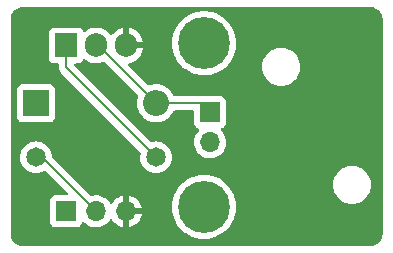
<source format=gtl>
G04 #@! TF.GenerationSoftware,KiCad,Pcbnew,(6.0.1-0)*
G04 #@! TF.CreationDate,2022-06-21T09:38:52-07:00*
G04 #@! TF.ProjectId,TapTap,54617054-6170-42e6-9b69-6361645f7063,rev?*
G04 #@! TF.SameCoordinates,Original*
G04 #@! TF.FileFunction,Copper,L1,Top*
G04 #@! TF.FilePolarity,Positive*
%FSLAX46Y46*%
G04 Gerber Fmt 4.6, Leading zero omitted, Abs format (unit mm)*
G04 Created by KiCad (PCBNEW (6.0.1-0)) date 2022-06-21 09:38:52*
%MOMM*%
%LPD*%
G01*
G04 APERTURE LIST*
G04 #@! TA.AperFunction,ComponentPad*
%ADD10R,1.700000X1.700000*%
G04 #@! TD*
G04 #@! TA.AperFunction,ComponentPad*
%ADD11O,1.700000X1.700000*%
G04 #@! TD*
G04 #@! TA.AperFunction,ComponentPad*
%ADD12C,4.400000*%
G04 #@! TD*
G04 #@! TA.AperFunction,ComponentPad*
%ADD13R,2.200000X2.200000*%
G04 #@! TD*
G04 #@! TA.AperFunction,ComponentPad*
%ADD14O,2.200000X2.200000*%
G04 #@! TD*
G04 #@! TA.AperFunction,ComponentPad*
%ADD15R,1.905000X2.000000*%
G04 #@! TD*
G04 #@! TA.AperFunction,ComponentPad*
%ADD16O,1.905000X2.000000*%
G04 #@! TD*
G04 #@! TA.AperFunction,ComponentPad*
%ADD17C,1.651000*%
G04 #@! TD*
G04 #@! TA.AperFunction,Conductor*
%ADD18C,0.203200*%
G04 #@! TD*
G04 APERTURE END LIST*
D10*
X113284000Y-63749000D03*
D11*
X113284000Y-66289000D03*
D12*
X112776000Y-71755000D03*
D13*
X98552000Y-62992000D03*
D14*
X108712000Y-62992000D03*
D10*
X101092000Y-72136000D03*
D11*
X103632000Y-72136000D03*
X106172000Y-72136000D03*
D12*
X112776000Y-57912000D03*
D15*
X101092000Y-58095000D03*
D16*
X103632000Y-58095000D03*
X106172000Y-58095000D03*
D17*
X98552000Y-67564000D03*
X108712000Y-67564000D03*
D18*
X103632000Y-58095000D02*
X103815000Y-58095000D01*
X103815000Y-58095000D02*
X108712000Y-62992000D01*
X108712000Y-62992000D02*
X112527000Y-62992000D01*
X112527000Y-62992000D02*
X113284000Y-63749000D01*
X99060000Y-67564000D02*
X103632000Y-72136000D01*
X98552000Y-67564000D02*
X99060000Y-67564000D01*
X101092000Y-59944000D02*
X108712000Y-67564000D01*
X101092000Y-58095000D02*
X101092000Y-59944000D01*
G04 #@! TA.AperFunction,Conductor*
G36*
X126843057Y-54865500D02*
G01*
X126857858Y-54867805D01*
X126857861Y-54867805D01*
X126866730Y-54869186D01*
X126875631Y-54868022D01*
X126875635Y-54868022D01*
X126879379Y-54867532D01*
X126906693Y-54866948D01*
X126987258Y-54873996D01*
X127038449Y-54878475D01*
X127060070Y-54882287D01*
X127209848Y-54922420D01*
X127230484Y-54929931D01*
X127371010Y-54995460D01*
X127390030Y-55006442D01*
X127517046Y-55095379D01*
X127533871Y-55109497D01*
X127643503Y-55219129D01*
X127657621Y-55235954D01*
X127746558Y-55362970D01*
X127757540Y-55381990D01*
X127823069Y-55522516D01*
X127830580Y-55543152D01*
X127870713Y-55692930D01*
X127874526Y-55714555D01*
X127885449Y-55839419D01*
X127884897Y-55855879D01*
X127885305Y-55855884D01*
X127885195Y-55864858D01*
X127883814Y-55873730D01*
X127884978Y-55882632D01*
X127884978Y-55882635D01*
X127887936Y-55905251D01*
X127889000Y-55921589D01*
X127889000Y-73991672D01*
X127887500Y-74011056D01*
X127883814Y-74034730D01*
X127884978Y-74043631D01*
X127884978Y-74043635D01*
X127885468Y-74047379D01*
X127886052Y-74074693D01*
X127880231Y-74141234D01*
X127876917Y-74179119D01*
X127874526Y-74206446D01*
X127870713Y-74228070D01*
X127849618Y-74306798D01*
X127830581Y-74377846D01*
X127823069Y-74398484D01*
X127757540Y-74539010D01*
X127746558Y-74558030D01*
X127657621Y-74685046D01*
X127643503Y-74701871D01*
X127533871Y-74811503D01*
X127517046Y-74825621D01*
X127390030Y-74914558D01*
X127371010Y-74925540D01*
X127230484Y-74991069D01*
X127209848Y-74998580D01*
X127060070Y-75038713D01*
X127038448Y-75042526D01*
X127000929Y-75045808D01*
X126913581Y-75053449D01*
X126897121Y-75052897D01*
X126897116Y-75053305D01*
X126888142Y-75053195D01*
X126879270Y-75051814D01*
X126870368Y-75052978D01*
X126870365Y-75052978D01*
X126847749Y-75055936D01*
X126831411Y-75057000D01*
X97458328Y-75057000D01*
X97438943Y-75055500D01*
X97424142Y-75053195D01*
X97424139Y-75053195D01*
X97415270Y-75051814D01*
X97406369Y-75052978D01*
X97406365Y-75052978D01*
X97402621Y-75053468D01*
X97375307Y-75054052D01*
X97294742Y-75047004D01*
X97243551Y-75042525D01*
X97221930Y-75038713D01*
X97072152Y-74998580D01*
X97051516Y-74991069D01*
X96910990Y-74925540D01*
X96891970Y-74914558D01*
X96764954Y-74825621D01*
X96748129Y-74811503D01*
X96638497Y-74701871D01*
X96624379Y-74685046D01*
X96535442Y-74558030D01*
X96524460Y-74539010D01*
X96458931Y-74398484D01*
X96451419Y-74377846D01*
X96432382Y-74306798D01*
X96411287Y-74228070D01*
X96407474Y-74206445D01*
X96396551Y-74081581D01*
X96397103Y-74065121D01*
X96396695Y-74065116D01*
X96396805Y-74056142D01*
X96398186Y-74047270D01*
X96396547Y-74034730D01*
X96394064Y-74015749D01*
X96393000Y-73999411D01*
X96393000Y-67564000D01*
X97212904Y-67564000D01*
X97233248Y-67796532D01*
X97293661Y-68021998D01*
X97295983Y-68026978D01*
X97295984Y-68026980D01*
X97389983Y-68228561D01*
X97389986Y-68228566D01*
X97392309Y-68233548D01*
X97395465Y-68238055D01*
X97395466Y-68238057D01*
X97482933Y-68362972D01*
X97526193Y-68424754D01*
X97691246Y-68589807D01*
X97695754Y-68592964D01*
X97695757Y-68592966D01*
X97877943Y-68720534D01*
X97882452Y-68723691D01*
X97887434Y-68726014D01*
X97887439Y-68726017D01*
X98089020Y-68820016D01*
X98094002Y-68822339D01*
X98099310Y-68823761D01*
X98099312Y-68823762D01*
X98314153Y-68881328D01*
X98314155Y-68881328D01*
X98319468Y-68882752D01*
X98552000Y-68903096D01*
X98784532Y-68882752D01*
X98789845Y-68881328D01*
X98789847Y-68881328D01*
X99004688Y-68823762D01*
X99004690Y-68823761D01*
X99009998Y-68822339D01*
X99221548Y-68723691D01*
X99224014Y-68721964D01*
X99292264Y-68705409D01*
X99359355Y-68728632D01*
X99375360Y-68742171D01*
X101195594Y-70562405D01*
X101229620Y-70624717D01*
X101224555Y-70695532D01*
X101182008Y-70752368D01*
X101115488Y-70777179D01*
X101106499Y-70777500D01*
X100193866Y-70777500D01*
X100131684Y-70784255D01*
X99995295Y-70835385D01*
X99878739Y-70922739D01*
X99791385Y-71039295D01*
X99740255Y-71175684D01*
X99733500Y-71237866D01*
X99733500Y-73034134D01*
X99740255Y-73096316D01*
X99791385Y-73232705D01*
X99878739Y-73349261D01*
X99995295Y-73436615D01*
X100131684Y-73487745D01*
X100193866Y-73494500D01*
X101990134Y-73494500D01*
X102052316Y-73487745D01*
X102188705Y-73436615D01*
X102305261Y-73349261D01*
X102392615Y-73232705D01*
X102414799Y-73173529D01*
X102436598Y-73115382D01*
X102479240Y-73058618D01*
X102545802Y-73033918D01*
X102615150Y-73049126D01*
X102649817Y-73077114D01*
X102678250Y-73109938D01*
X102850126Y-73252632D01*
X103043000Y-73365338D01*
X103251692Y-73445030D01*
X103256760Y-73446061D01*
X103256763Y-73446062D01*
X103351862Y-73465410D01*
X103470597Y-73489567D01*
X103475772Y-73489757D01*
X103475774Y-73489757D01*
X103688673Y-73497564D01*
X103688677Y-73497564D01*
X103693837Y-73497753D01*
X103698957Y-73497097D01*
X103698959Y-73497097D01*
X103910288Y-73470025D01*
X103910289Y-73470025D01*
X103915416Y-73469368D01*
X103920366Y-73467883D01*
X104124429Y-73406661D01*
X104124434Y-73406659D01*
X104129384Y-73405174D01*
X104329994Y-73306896D01*
X104511860Y-73177173D01*
X104670096Y-73019489D01*
X104696029Y-72983400D01*
X104800453Y-72838077D01*
X104801640Y-72838930D01*
X104848960Y-72795362D01*
X104918897Y-72783145D01*
X104984338Y-72810678D01*
X105012166Y-72842511D01*
X105069694Y-72936388D01*
X105075777Y-72944699D01*
X105215213Y-73105667D01*
X105222580Y-73112883D01*
X105386434Y-73248916D01*
X105394881Y-73254831D01*
X105578756Y-73362279D01*
X105588042Y-73366729D01*
X105787001Y-73442703D01*
X105796899Y-73445579D01*
X105900250Y-73466606D01*
X105914299Y-73465410D01*
X105918000Y-73455065D01*
X105918000Y-73454517D01*
X106426000Y-73454517D01*
X106430064Y-73468359D01*
X106443478Y-73470393D01*
X106450184Y-73469534D01*
X106460262Y-73467392D01*
X106664255Y-73406191D01*
X106673842Y-73402433D01*
X106865095Y-73308739D01*
X106873945Y-73303464D01*
X107047328Y-73179792D01*
X107055200Y-73173139D01*
X107206052Y-73022812D01*
X107212730Y-73014965D01*
X107337003Y-72842020D01*
X107342313Y-72833183D01*
X107436670Y-72642267D01*
X107440469Y-72632672D01*
X107502377Y-72428910D01*
X107504555Y-72418837D01*
X107505986Y-72407962D01*
X107503775Y-72393778D01*
X107490617Y-72390000D01*
X106444115Y-72390000D01*
X106428876Y-72394475D01*
X106427671Y-72395865D01*
X106426000Y-72403548D01*
X106426000Y-73454517D01*
X105918000Y-73454517D01*
X105918000Y-71863885D01*
X106426000Y-71863885D01*
X106430475Y-71879124D01*
X106431865Y-71880329D01*
X106439548Y-71882000D01*
X107490344Y-71882000D01*
X107503875Y-71878027D01*
X107505180Y-71868947D01*
X107469421Y-71726585D01*
X110062698Y-71726585D01*
X110078936Y-72052759D01*
X110079577Y-72056490D01*
X110079578Y-72056498D01*
X110094109Y-72141060D01*
X110134241Y-72374619D01*
X110135329Y-72378258D01*
X110135330Y-72378261D01*
X110212953Y-72637811D01*
X110227814Y-72687504D01*
X110229327Y-72690975D01*
X110229329Y-72690981D01*
X110318868Y-72896416D01*
X110358297Y-72986881D01*
X110360220Y-72990152D01*
X110360222Y-72990156D01*
X110402584Y-73062215D01*
X110523802Y-73268414D01*
X110526103Y-73271429D01*
X110719631Y-73525012D01*
X110719636Y-73525017D01*
X110721931Y-73528025D01*
X110949814Y-73761953D01*
X111022635Y-73820607D01*
X111201196Y-73964431D01*
X111201201Y-73964435D01*
X111204149Y-73966809D01*
X111481253Y-74139627D01*
X111777112Y-74277903D01*
X111780721Y-74279086D01*
X112081986Y-74377846D01*
X112087440Y-74379634D01*
X112407742Y-74443346D01*
X112411514Y-74443633D01*
X112411522Y-74443634D01*
X112729602Y-74467829D01*
X112729607Y-74467829D01*
X112733379Y-74468116D01*
X113059633Y-74453586D01*
X113119425Y-74443634D01*
X113378037Y-74400590D01*
X113378042Y-74400589D01*
X113381778Y-74399967D01*
X113695149Y-74308034D01*
X113698616Y-74306544D01*
X113698620Y-74306543D01*
X113991721Y-74180616D01*
X113991723Y-74180615D01*
X113995205Y-74179119D01*
X114277601Y-74015091D01*
X114538245Y-73818324D01*
X114773363Y-73591670D01*
X114872797Y-73469534D01*
X114977155Y-73341351D01*
X114977158Y-73341347D01*
X114979549Y-73338410D01*
X115032024Y-73255242D01*
X115151788Y-73065428D01*
X115151790Y-73065425D01*
X115153815Y-73062215D01*
X115165510Y-73037531D01*
X115260004Y-72838077D01*
X115293638Y-72767084D01*
X115320188Y-72687504D01*
X115395790Y-72460897D01*
X115395792Y-72460891D01*
X115396992Y-72457293D01*
X115462381Y-72137329D01*
X115468956Y-72056498D01*
X115488674Y-71814061D01*
X115488856Y-71811826D01*
X115489451Y-71755000D01*
X115487510Y-71722796D01*
X115470026Y-71432793D01*
X115470026Y-71432789D01*
X115469798Y-71429015D01*
X115464650Y-71400824D01*
X115411805Y-71111473D01*
X115411804Y-71111469D01*
X115411125Y-71107751D01*
X115403722Y-71083907D01*
X115322084Y-70820989D01*
X115314282Y-70795863D01*
X115180670Y-70497869D01*
X115012226Y-70218084D01*
X115009899Y-70215100D01*
X115009894Y-70215093D01*
X114813726Y-69963558D01*
X114813724Y-69963556D01*
X114811390Y-69960563D01*
X114748159Y-69897000D01*
X123688028Y-69897000D01*
X123707886Y-70149324D01*
X123709040Y-70154131D01*
X123709041Y-70154137D01*
X123746543Y-70310345D01*
X123766972Y-70395436D01*
X123768865Y-70400007D01*
X123768866Y-70400009D01*
X123808052Y-70494611D01*
X123863831Y-70629274D01*
X123996078Y-70845081D01*
X124160457Y-71037543D01*
X124352919Y-71201922D01*
X124568726Y-71334169D01*
X124573296Y-71336062D01*
X124573300Y-71336064D01*
X124797704Y-71429015D01*
X124802564Y-71431028D01*
X124887655Y-71451457D01*
X125043863Y-71488959D01*
X125043869Y-71488960D01*
X125048676Y-71490114D01*
X125301000Y-71509972D01*
X125553324Y-71490114D01*
X125558131Y-71488960D01*
X125558137Y-71488959D01*
X125714345Y-71451457D01*
X125799436Y-71431028D01*
X125804296Y-71429015D01*
X126028700Y-71336064D01*
X126028704Y-71336062D01*
X126033274Y-71334169D01*
X126249081Y-71201922D01*
X126441543Y-71037543D01*
X126605922Y-70845081D01*
X126738169Y-70629274D01*
X126793949Y-70494611D01*
X126833134Y-70400009D01*
X126833135Y-70400007D01*
X126835028Y-70395436D01*
X126855457Y-70310345D01*
X126892959Y-70154137D01*
X126892960Y-70154131D01*
X126894114Y-70149324D01*
X126913972Y-69897000D01*
X126894114Y-69644676D01*
X126883629Y-69601000D01*
X126836183Y-69403376D01*
X126835028Y-69398564D01*
X126829125Y-69384313D01*
X126740064Y-69169300D01*
X126740062Y-69169296D01*
X126738169Y-69164726D01*
X126605922Y-68948919D01*
X126441543Y-68756457D01*
X126249081Y-68592078D01*
X126033274Y-68459831D01*
X126028704Y-68457938D01*
X126028700Y-68457936D01*
X125804009Y-68364866D01*
X125804007Y-68364865D01*
X125799436Y-68362972D01*
X125714345Y-68342543D01*
X125558137Y-68305041D01*
X125558131Y-68305040D01*
X125553324Y-68303886D01*
X125301000Y-68284028D01*
X125048676Y-68303886D01*
X125043869Y-68305040D01*
X125043863Y-68305041D01*
X124887655Y-68342543D01*
X124802564Y-68362972D01*
X124797993Y-68364865D01*
X124797991Y-68364866D01*
X124573300Y-68457936D01*
X124573296Y-68457938D01*
X124568726Y-68459831D01*
X124352919Y-68592078D01*
X124160457Y-68756457D01*
X123996078Y-68948919D01*
X123863831Y-69164726D01*
X123861938Y-69169296D01*
X123861936Y-69169300D01*
X123772875Y-69384313D01*
X123766972Y-69398564D01*
X123765817Y-69403376D01*
X123718372Y-69601000D01*
X123707886Y-69644676D01*
X123688028Y-69897000D01*
X114748159Y-69897000D01*
X114581070Y-69729034D01*
X114324603Y-69526852D01*
X114045705Y-69356945D01*
X114042261Y-69355379D01*
X114042257Y-69355377D01*
X113931458Y-69305000D01*
X113748414Y-69221775D01*
X113437037Y-69123300D01*
X113219492Y-69082390D01*
X113119809Y-69063645D01*
X113119807Y-69063645D01*
X113116086Y-69062945D01*
X112790208Y-69041586D01*
X112786428Y-69041794D01*
X112786427Y-69041794D01*
X112688897Y-69047162D01*
X112464124Y-69059532D01*
X112460397Y-69060193D01*
X112460393Y-69060193D01*
X112303341Y-69088027D01*
X112142557Y-69116522D01*
X112138941Y-69117624D01*
X112138933Y-69117626D01*
X111833789Y-69210627D01*
X111830167Y-69211731D01*
X111531477Y-69343781D01*
X111447081Y-69393991D01*
X111254074Y-69508817D01*
X111254068Y-69508821D01*
X111250814Y-69510757D01*
X111247812Y-69513073D01*
X111077231Y-69644676D01*
X110992244Y-69710243D01*
X110759513Y-69939347D01*
X110757149Y-69942314D01*
X110757146Y-69942317D01*
X110596122Y-70144390D01*
X110555991Y-70194751D01*
X110384626Y-70472757D01*
X110247902Y-70769336D01*
X110246741Y-70772940D01*
X110246741Y-70772941D01*
X110231876Y-70819102D01*
X110147797Y-71080192D01*
X110147079Y-71083903D01*
X110147078Y-71083907D01*
X110086482Y-71397105D01*
X110086481Y-71397114D01*
X110085763Y-71400824D01*
X110085496Y-71404600D01*
X110085495Y-71404605D01*
X110062966Y-71722796D01*
X110062698Y-71726585D01*
X107469421Y-71726585D01*
X107463214Y-71701875D01*
X107459894Y-71692124D01*
X107374972Y-71496814D01*
X107370105Y-71487739D01*
X107254426Y-71308926D01*
X107248136Y-71300757D01*
X107104806Y-71143240D01*
X107097273Y-71136215D01*
X106930139Y-71004222D01*
X106921552Y-70998517D01*
X106735117Y-70895599D01*
X106725705Y-70891369D01*
X106524959Y-70820280D01*
X106514988Y-70817646D01*
X106443837Y-70804972D01*
X106430540Y-70806432D01*
X106426000Y-70820989D01*
X106426000Y-71863885D01*
X105918000Y-71863885D01*
X105918000Y-70819102D01*
X105914082Y-70805758D01*
X105899806Y-70803771D01*
X105861324Y-70809660D01*
X105851288Y-70812051D01*
X105648868Y-70878212D01*
X105639359Y-70882209D01*
X105450463Y-70980542D01*
X105441738Y-70986036D01*
X105271433Y-71113905D01*
X105263726Y-71120748D01*
X105116590Y-71274717D01*
X105110109Y-71282722D01*
X105005498Y-71436074D01*
X104950587Y-71481076D01*
X104880062Y-71489247D01*
X104816315Y-71457993D01*
X104795618Y-71433509D01*
X104714822Y-71308617D01*
X104714820Y-71308614D01*
X104712014Y-71304277D01*
X104561670Y-71139051D01*
X104557619Y-71135852D01*
X104557615Y-71135848D01*
X104390414Y-71003800D01*
X104390410Y-71003798D01*
X104386359Y-71000598D01*
X104350028Y-70980542D01*
X104334136Y-70971769D01*
X104190789Y-70892638D01*
X104185920Y-70890914D01*
X104185916Y-70890912D01*
X103985087Y-70819795D01*
X103985083Y-70819794D01*
X103980212Y-70818069D01*
X103975119Y-70817162D01*
X103975116Y-70817161D01*
X103765373Y-70779800D01*
X103765367Y-70779799D01*
X103760284Y-70778894D01*
X103686452Y-70777992D01*
X103542081Y-70776228D01*
X103542079Y-70776228D01*
X103536911Y-70776165D01*
X103316091Y-70809955D01*
X103294044Y-70817161D01*
X103278593Y-70822211D01*
X103207629Y-70824362D01*
X103150353Y-70791541D01*
X99920484Y-67561672D01*
X99886458Y-67499360D01*
X99884058Y-67483558D01*
X99871232Y-67336949D01*
X99871231Y-67336944D01*
X99870752Y-67331468D01*
X99842368Y-67225537D01*
X99811762Y-67111312D01*
X99811761Y-67111310D01*
X99810339Y-67106002D01*
X99806603Y-67097990D01*
X99714017Y-66899439D01*
X99714014Y-66899434D01*
X99711691Y-66894452D01*
X99577807Y-66703246D01*
X99412754Y-66538193D01*
X99408246Y-66535036D01*
X99408243Y-66535034D01*
X99226057Y-66407466D01*
X99226055Y-66407465D01*
X99221548Y-66404309D01*
X99216566Y-66401986D01*
X99216561Y-66401983D01*
X99014980Y-66307984D01*
X99014978Y-66307983D01*
X99009998Y-66305661D01*
X99004690Y-66304239D01*
X99004688Y-66304238D01*
X98789847Y-66246672D01*
X98789845Y-66246672D01*
X98784532Y-66245248D01*
X98552000Y-66224904D01*
X98319468Y-66245248D01*
X98314155Y-66246672D01*
X98314153Y-66246672D01*
X98099312Y-66304238D01*
X98099310Y-66304239D01*
X98094002Y-66305661D01*
X98089022Y-66307983D01*
X98089020Y-66307984D01*
X97887439Y-66401983D01*
X97887434Y-66401986D01*
X97882452Y-66404309D01*
X97877945Y-66407465D01*
X97877943Y-66407466D01*
X97695757Y-66535034D01*
X97695754Y-66535036D01*
X97691246Y-66538193D01*
X97526193Y-66703246D01*
X97392309Y-66894452D01*
X97389986Y-66899434D01*
X97389983Y-66899439D01*
X97297397Y-67097990D01*
X97293661Y-67106002D01*
X97292239Y-67111310D01*
X97292238Y-67111312D01*
X97261632Y-67225537D01*
X97233248Y-67331468D01*
X97212904Y-67564000D01*
X96393000Y-67564000D01*
X96393000Y-64140134D01*
X96943500Y-64140134D01*
X96950255Y-64202316D01*
X97001385Y-64338705D01*
X97088739Y-64455261D01*
X97205295Y-64542615D01*
X97341684Y-64593745D01*
X97403866Y-64600500D01*
X99700134Y-64600500D01*
X99762316Y-64593745D01*
X99898705Y-64542615D01*
X100015261Y-64455261D01*
X100102615Y-64338705D01*
X100153745Y-64202316D01*
X100160500Y-64140134D01*
X100160500Y-61843866D01*
X100153745Y-61781684D01*
X100102615Y-61645295D01*
X100015261Y-61528739D01*
X99898705Y-61441385D01*
X99762316Y-61390255D01*
X99700134Y-61383500D01*
X97403866Y-61383500D01*
X97341684Y-61390255D01*
X97205295Y-61441385D01*
X97088739Y-61528739D01*
X97001385Y-61645295D01*
X96950255Y-61781684D01*
X96943500Y-61843866D01*
X96943500Y-64140134D01*
X96393000Y-64140134D01*
X96393000Y-59143134D01*
X99631000Y-59143134D01*
X99637755Y-59205316D01*
X99688885Y-59341705D01*
X99776239Y-59458261D01*
X99892795Y-59545615D01*
X100029184Y-59596745D01*
X100091366Y-59603500D01*
X100355900Y-59603500D01*
X100424021Y-59623502D01*
X100470514Y-59677158D01*
X100481900Y-59729500D01*
X100481900Y-59868322D01*
X100481402Y-59878874D01*
X100479781Y-59886128D01*
X100480030Y-59894049D01*
X100481838Y-59951595D01*
X100481900Y-59955552D01*
X100481900Y-59982383D01*
X100482396Y-59986310D01*
X100482453Y-59987216D01*
X100483292Y-59997860D01*
X100484622Y-60040199D01*
X100486834Y-60047812D01*
X100489964Y-60058586D01*
X100493972Y-60077943D01*
X100496371Y-60096932D01*
X100499291Y-60104307D01*
X100511964Y-60136318D01*
X100515808Y-60147545D01*
X100523494Y-60173997D01*
X100527628Y-60188225D01*
X100537374Y-60204705D01*
X100546065Y-60222445D01*
X100553116Y-60240254D01*
X100577558Y-60273896D01*
X100578020Y-60274532D01*
X100584536Y-60284452D01*
X100592687Y-60298234D01*
X100606095Y-60320906D01*
X100619622Y-60334433D01*
X100632463Y-60349467D01*
X100643721Y-60364962D01*
X100649829Y-60370015D01*
X100676372Y-60391973D01*
X100685152Y-60399963D01*
X107389020Y-67103831D01*
X107423046Y-67166143D01*
X107421632Y-67225537D01*
X107410726Y-67266240D01*
X107393248Y-67331468D01*
X107372904Y-67564000D01*
X107393248Y-67796532D01*
X107453661Y-68021998D01*
X107455983Y-68026978D01*
X107455984Y-68026980D01*
X107549983Y-68228561D01*
X107549986Y-68228566D01*
X107552309Y-68233548D01*
X107555465Y-68238055D01*
X107555466Y-68238057D01*
X107642933Y-68362972D01*
X107686193Y-68424754D01*
X107851246Y-68589807D01*
X107855754Y-68592964D01*
X107855757Y-68592966D01*
X108037943Y-68720534D01*
X108042452Y-68723691D01*
X108047434Y-68726014D01*
X108047439Y-68726017D01*
X108249020Y-68820016D01*
X108254002Y-68822339D01*
X108259310Y-68823761D01*
X108259312Y-68823762D01*
X108474153Y-68881328D01*
X108474155Y-68881328D01*
X108479468Y-68882752D01*
X108712000Y-68903096D01*
X108944532Y-68882752D01*
X108949845Y-68881328D01*
X108949847Y-68881328D01*
X109164688Y-68823762D01*
X109164690Y-68823761D01*
X109169998Y-68822339D01*
X109174980Y-68820016D01*
X109376561Y-68726017D01*
X109376566Y-68726014D01*
X109381548Y-68723691D01*
X109386057Y-68720534D01*
X109568243Y-68592966D01*
X109568246Y-68592964D01*
X109572754Y-68589807D01*
X109737807Y-68424754D01*
X109781068Y-68362972D01*
X109868534Y-68238057D01*
X109868535Y-68238055D01*
X109871691Y-68233548D01*
X109874014Y-68228566D01*
X109874017Y-68228561D01*
X109968016Y-68026980D01*
X109968017Y-68026978D01*
X109970339Y-68021998D01*
X110030752Y-67796532D01*
X110051096Y-67564000D01*
X110030752Y-67331468D01*
X110002368Y-67225537D01*
X109971762Y-67111312D01*
X109971761Y-67111310D01*
X109970339Y-67106002D01*
X109966603Y-67097990D01*
X109874017Y-66899439D01*
X109874014Y-66899434D01*
X109871691Y-66894452D01*
X109737807Y-66703246D01*
X109572754Y-66538193D01*
X109568246Y-66535036D01*
X109568243Y-66535034D01*
X109386057Y-66407466D01*
X109386055Y-66407465D01*
X109381548Y-66404309D01*
X109376566Y-66401986D01*
X109376561Y-66401983D01*
X109174980Y-66307984D01*
X109174978Y-66307983D01*
X109169998Y-66305661D01*
X109164690Y-66304239D01*
X109164688Y-66304238D01*
X108949847Y-66246672D01*
X108949845Y-66246672D01*
X108944532Y-66245248D01*
X108712000Y-66224904D01*
X108479468Y-66245248D01*
X108474149Y-66246673D01*
X108474150Y-66246673D01*
X108373536Y-66273631D01*
X108302560Y-66271941D01*
X108251831Y-66241019D01*
X101829407Y-59818595D01*
X101795381Y-59756283D01*
X101800446Y-59685468D01*
X101842993Y-59628632D01*
X101909513Y-59603821D01*
X101918502Y-59603500D01*
X102092634Y-59603500D01*
X102154816Y-59596745D01*
X102291205Y-59545615D01*
X102407761Y-59458261D01*
X102495115Y-59341705D01*
X102502573Y-59321811D01*
X102545213Y-59265047D01*
X102611774Y-59240346D01*
X102681123Y-59255553D01*
X102698647Y-59267158D01*
X102816670Y-59360367D01*
X102816675Y-59360370D01*
X102820724Y-59363568D01*
X102825240Y-59366061D01*
X102825243Y-59366063D01*
X103026526Y-59477177D01*
X103026530Y-59477179D01*
X103031050Y-59479674D01*
X103035919Y-59481398D01*
X103035923Y-59481400D01*
X103252640Y-59558144D01*
X103252644Y-59558145D01*
X103257515Y-59559870D01*
X103262608Y-59560777D01*
X103262611Y-59560778D01*
X103488948Y-59601095D01*
X103488954Y-59601096D01*
X103494037Y-59602001D01*
X103581400Y-59603068D01*
X103729093Y-59604873D01*
X103729095Y-59604873D01*
X103734263Y-59604936D01*
X103971744Y-59568596D01*
X104083997Y-59531906D01*
X104195183Y-59495566D01*
X104195189Y-59495563D01*
X104200101Y-59493958D01*
X104217490Y-59484906D01*
X104287149Y-59471194D01*
X104353164Y-59497319D01*
X104364764Y-59507575D01*
X107168663Y-62311475D01*
X107202689Y-62373787D01*
X107195977Y-62448787D01*
X107179391Y-62488830D01*
X107179389Y-62488837D01*
X107177495Y-62493409D01*
X107167333Y-62535739D01*
X107137332Y-62660703D01*
X107118391Y-62739597D01*
X107098526Y-62992000D01*
X107118391Y-63244403D01*
X107177495Y-63490591D01*
X107179388Y-63495162D01*
X107179389Y-63495164D01*
X107255902Y-63679882D01*
X107274384Y-63724502D01*
X107406672Y-63940376D01*
X107571102Y-64132898D01*
X107763624Y-64297328D01*
X107979498Y-64429616D01*
X107984068Y-64431509D01*
X107984072Y-64431511D01*
X108054401Y-64460642D01*
X108213409Y-64526505D01*
X108280513Y-64542615D01*
X108454784Y-64584454D01*
X108454790Y-64584455D01*
X108459597Y-64585609D01*
X108712000Y-64605474D01*
X108964403Y-64585609D01*
X108969210Y-64584455D01*
X108969216Y-64584454D01*
X109143487Y-64542615D01*
X109210591Y-64526505D01*
X109369599Y-64460642D01*
X109439928Y-64431511D01*
X109439932Y-64431509D01*
X109444502Y-64429616D01*
X109660376Y-64297328D01*
X109852898Y-64132898D01*
X110017328Y-63940376D01*
X110149616Y-63724502D01*
X110168099Y-63679881D01*
X110212646Y-63624601D01*
X110284507Y-63602100D01*
X111799500Y-63602100D01*
X111867621Y-63622102D01*
X111914114Y-63675758D01*
X111925500Y-63728100D01*
X111925500Y-64647134D01*
X111932255Y-64709316D01*
X111983385Y-64845705D01*
X112070739Y-64962261D01*
X112187295Y-65049615D01*
X112195704Y-65052767D01*
X112195705Y-65052768D01*
X112304451Y-65093535D01*
X112361216Y-65136176D01*
X112385916Y-65202738D01*
X112370709Y-65272087D01*
X112351316Y-65298568D01*
X112224629Y-65431138D01*
X112098743Y-65615680D01*
X112004688Y-65818305D01*
X111944989Y-66033570D01*
X111921251Y-66255695D01*
X111921548Y-66260848D01*
X111921548Y-66260851D01*
X111927011Y-66355590D01*
X111934110Y-66478715D01*
X111935247Y-66483761D01*
X111935248Y-66483767D01*
X111946802Y-66535034D01*
X111983222Y-66696639D01*
X112067266Y-66903616D01*
X112183987Y-67094088D01*
X112330250Y-67262938D01*
X112502126Y-67405632D01*
X112695000Y-67518338D01*
X112903692Y-67598030D01*
X112908760Y-67599061D01*
X112908763Y-67599062D01*
X113016017Y-67620883D01*
X113122597Y-67642567D01*
X113127772Y-67642757D01*
X113127774Y-67642757D01*
X113340673Y-67650564D01*
X113340677Y-67650564D01*
X113345837Y-67650753D01*
X113350957Y-67650097D01*
X113350959Y-67650097D01*
X113562288Y-67623025D01*
X113562289Y-67623025D01*
X113567416Y-67622368D01*
X113572366Y-67620883D01*
X113776429Y-67559661D01*
X113776434Y-67559659D01*
X113781384Y-67558174D01*
X113981994Y-67459896D01*
X114163860Y-67330173D01*
X114322096Y-67172489D01*
X114369872Y-67106002D01*
X114449435Y-66995277D01*
X114452453Y-66991077D01*
X114551430Y-66790811D01*
X114616370Y-66577069D01*
X114645529Y-66355590D01*
X114646784Y-66304238D01*
X114647074Y-66292365D01*
X114647074Y-66292361D01*
X114647156Y-66289000D01*
X114628852Y-66066361D01*
X114574431Y-65849702D01*
X114485354Y-65644840D01*
X114364014Y-65457277D01*
X114360532Y-65453450D01*
X114216798Y-65295488D01*
X114185746Y-65231642D01*
X114194141Y-65161143D01*
X114239317Y-65106375D01*
X114265761Y-65092706D01*
X114372297Y-65052767D01*
X114380705Y-65049615D01*
X114497261Y-64962261D01*
X114584615Y-64845705D01*
X114635745Y-64709316D01*
X114642500Y-64647134D01*
X114642500Y-62850866D01*
X114635745Y-62788684D01*
X114584615Y-62652295D01*
X114497261Y-62535739D01*
X114380705Y-62448385D01*
X114244316Y-62397255D01*
X114182134Y-62390500D01*
X112653489Y-62390500D01*
X112622155Y-62386542D01*
X112611754Y-62383872D01*
X112611755Y-62383872D01*
X112604074Y-62381900D01*
X112584936Y-62381900D01*
X112565225Y-62380349D01*
X112546316Y-62377354D01*
X112533199Y-62378594D01*
X112504139Y-62381341D01*
X112492281Y-62381900D01*
X110284507Y-62381900D01*
X110216386Y-62361898D01*
X110168098Y-62304118D01*
X110151511Y-62264072D01*
X110151509Y-62264068D01*
X110149616Y-62259498D01*
X110017328Y-62043624D01*
X109852898Y-61851102D01*
X109660376Y-61686672D01*
X109444502Y-61554384D01*
X109439932Y-61552491D01*
X109439928Y-61552489D01*
X109215164Y-61459389D01*
X109215162Y-61459388D01*
X109210591Y-61457495D01*
X109092458Y-61429134D01*
X108969216Y-61399546D01*
X108969210Y-61399545D01*
X108964403Y-61398391D01*
X108712000Y-61378526D01*
X108459597Y-61398391D01*
X108454790Y-61399545D01*
X108454784Y-61399546D01*
X108331542Y-61429134D01*
X108213409Y-61457495D01*
X108208837Y-61459389D01*
X108208830Y-61459391D01*
X108168787Y-61475977D01*
X108098197Y-61483566D01*
X108031475Y-61448663D01*
X106374787Y-59791975D01*
X106340761Y-59729663D01*
X106345826Y-59658848D01*
X106388373Y-59602012D01*
X106444824Y-59578330D01*
X106506514Y-59568891D01*
X106516543Y-59566501D01*
X106734988Y-59495102D01*
X106744497Y-59491105D01*
X106948344Y-59384989D01*
X106957069Y-59379495D01*
X107140852Y-59241507D01*
X107148559Y-59234664D01*
X107307339Y-59068509D01*
X107313826Y-59060499D01*
X107443330Y-58870653D01*
X107448429Y-58861679D01*
X107545187Y-58653231D01*
X107548750Y-58643544D01*
X107610165Y-58422092D01*
X107612096Y-58411970D01*
X107616901Y-58367013D01*
X107614253Y-58352392D01*
X107601876Y-58349000D01*
X106044000Y-58349000D01*
X105975879Y-58328998D01*
X105929386Y-58275342D01*
X105918000Y-58223000D01*
X105918000Y-57883585D01*
X110062698Y-57883585D01*
X110078936Y-58209759D01*
X110079577Y-58213490D01*
X110079578Y-58213498D01*
X110124270Y-58473590D01*
X110134241Y-58531619D01*
X110227814Y-58844504D01*
X110229327Y-58847975D01*
X110229329Y-58847981D01*
X110239211Y-58870653D01*
X110358297Y-59143881D01*
X110360220Y-59147152D01*
X110360222Y-59147156D01*
X110402584Y-59219215D01*
X110523802Y-59425414D01*
X110526103Y-59428429D01*
X110719631Y-59682012D01*
X110719636Y-59682017D01*
X110721931Y-59685025D01*
X110783931Y-59748670D01*
X110925554Y-59894049D01*
X110949814Y-59918953D01*
X111034565Y-59987216D01*
X111201196Y-60121431D01*
X111201201Y-60121435D01*
X111204149Y-60123809D01*
X111481253Y-60296627D01*
X111777112Y-60434903D01*
X111780721Y-60436086D01*
X111942134Y-60489000D01*
X112087440Y-60536634D01*
X112407742Y-60600346D01*
X112411514Y-60600633D01*
X112411522Y-60600634D01*
X112729602Y-60624829D01*
X112729607Y-60624829D01*
X112733379Y-60625116D01*
X113059633Y-60610586D01*
X113119425Y-60600634D01*
X113378037Y-60557590D01*
X113378042Y-60557589D01*
X113381778Y-60556967D01*
X113695149Y-60465034D01*
X113698616Y-60463544D01*
X113698620Y-60463543D01*
X113991721Y-60337616D01*
X113991723Y-60337615D01*
X113995205Y-60336119D01*
X114277601Y-60172091D01*
X114477088Y-60021493D01*
X114535221Y-59977607D01*
X114535222Y-59977606D01*
X114538245Y-59975324D01*
X114619494Y-59897000D01*
X117688028Y-59897000D01*
X117707886Y-60149324D01*
X117709040Y-60154131D01*
X117709041Y-60154137D01*
X117729716Y-60240254D01*
X117766972Y-60395436D01*
X117768865Y-60400007D01*
X117768866Y-60400009D01*
X117855832Y-60609962D01*
X117863831Y-60629274D01*
X117996078Y-60845081D01*
X118160457Y-61037543D01*
X118352919Y-61201922D01*
X118568726Y-61334169D01*
X118573296Y-61336062D01*
X118573300Y-61336064D01*
X118797991Y-61429134D01*
X118802564Y-61431028D01*
X118887655Y-61451457D01*
X119043863Y-61488959D01*
X119043869Y-61488960D01*
X119048676Y-61490114D01*
X119301000Y-61509972D01*
X119553324Y-61490114D01*
X119558131Y-61488960D01*
X119558137Y-61488959D01*
X119714345Y-61451457D01*
X119799436Y-61431028D01*
X119804009Y-61429134D01*
X120028700Y-61336064D01*
X120028704Y-61336062D01*
X120033274Y-61334169D01*
X120249081Y-61201922D01*
X120441543Y-61037543D01*
X120605922Y-60845081D01*
X120738169Y-60629274D01*
X120746169Y-60609962D01*
X120833134Y-60400009D01*
X120833135Y-60400007D01*
X120835028Y-60395436D01*
X120872284Y-60240254D01*
X120892959Y-60154137D01*
X120892960Y-60154131D01*
X120894114Y-60149324D01*
X120913972Y-59897000D01*
X120894114Y-59644676D01*
X120890263Y-59628632D01*
X120836183Y-59403376D01*
X120835028Y-59398564D01*
X120829125Y-59384313D01*
X120740064Y-59169300D01*
X120740062Y-59169296D01*
X120738169Y-59164726D01*
X120605922Y-58948919D01*
X120441543Y-58756457D01*
X120249081Y-58592078D01*
X120033274Y-58459831D01*
X120028704Y-58457938D01*
X120028700Y-58457936D01*
X119804009Y-58364866D01*
X119804007Y-58364865D01*
X119799436Y-58362972D01*
X119714345Y-58342543D01*
X119558137Y-58305041D01*
X119558131Y-58305040D01*
X119553324Y-58303886D01*
X119301000Y-58284028D01*
X119048676Y-58303886D01*
X119043869Y-58305040D01*
X119043863Y-58305041D01*
X118887655Y-58342543D01*
X118802564Y-58362972D01*
X118797993Y-58364865D01*
X118797991Y-58364866D01*
X118573300Y-58457936D01*
X118573296Y-58457938D01*
X118568726Y-58459831D01*
X118352919Y-58592078D01*
X118160457Y-58756457D01*
X117996078Y-58948919D01*
X117863831Y-59164726D01*
X117861938Y-59169296D01*
X117861936Y-59169300D01*
X117772875Y-59384313D01*
X117766972Y-59398564D01*
X117765817Y-59403376D01*
X117711738Y-59628632D01*
X117707886Y-59644676D01*
X117688028Y-59897000D01*
X114619494Y-59897000D01*
X114773363Y-59748670D01*
X114926331Y-59560778D01*
X114977155Y-59498351D01*
X114977158Y-59498347D01*
X114979549Y-59495410D01*
X115043540Y-59393991D01*
X115151788Y-59222428D01*
X115151790Y-59222425D01*
X115153815Y-59219215D01*
X115156895Y-59212715D01*
X115229009Y-59060499D01*
X115293638Y-58924084D01*
X115320188Y-58844504D01*
X115395790Y-58617897D01*
X115395792Y-58617891D01*
X115396992Y-58614293D01*
X115462381Y-58294329D01*
X115463188Y-58284416D01*
X115480798Y-58067899D01*
X115488856Y-57968826D01*
X115489451Y-57912000D01*
X115487510Y-57879796D01*
X115470026Y-57589793D01*
X115470026Y-57589789D01*
X115469798Y-57586015D01*
X115468742Y-57580229D01*
X115411805Y-57268473D01*
X115411804Y-57268469D01*
X115411125Y-57264751D01*
X115403722Y-57240907D01*
X115326602Y-56992540D01*
X115314282Y-56952863D01*
X115180670Y-56654869D01*
X115012226Y-56375084D01*
X115009899Y-56372100D01*
X115009894Y-56372093D01*
X114813726Y-56120558D01*
X114813724Y-56120556D01*
X114811390Y-56117563D01*
X114581070Y-55886034D01*
X114324603Y-55683852D01*
X114045705Y-55513945D01*
X114042261Y-55512379D01*
X114042257Y-55512377D01*
X113931667Y-55462095D01*
X113748414Y-55378775D01*
X113437037Y-55280300D01*
X113201217Y-55235954D01*
X113119809Y-55220645D01*
X113119807Y-55220645D01*
X113116086Y-55219945D01*
X112790208Y-55198586D01*
X112786428Y-55198794D01*
X112786427Y-55198794D01*
X112688897Y-55204162D01*
X112464124Y-55216532D01*
X112460397Y-55217193D01*
X112460393Y-55217193D01*
X112354535Y-55235954D01*
X112142557Y-55273522D01*
X112138941Y-55274624D01*
X112138933Y-55274626D01*
X111849069Y-55362970D01*
X111830167Y-55368731D01*
X111531477Y-55500781D01*
X111506041Y-55515914D01*
X111254074Y-55665817D01*
X111254068Y-55665821D01*
X111250814Y-55667757D01*
X111247812Y-55670073D01*
X111001639Y-55859995D01*
X110992244Y-55867243D01*
X110759513Y-56096347D01*
X110757149Y-56099314D01*
X110757146Y-56099317D01*
X110740220Y-56120558D01*
X110555991Y-56351751D01*
X110384626Y-56629757D01*
X110374551Y-56651611D01*
X110301301Y-56810505D01*
X110247902Y-56926336D01*
X110246741Y-56929940D01*
X110246741Y-56929941D01*
X110238563Y-56955336D01*
X110147797Y-57237192D01*
X110147079Y-57240903D01*
X110147078Y-57240907D01*
X110086482Y-57554105D01*
X110086481Y-57554114D01*
X110085763Y-57557824D01*
X110085496Y-57561600D01*
X110085495Y-57561605D01*
X110066854Y-57824889D01*
X110062698Y-57883585D01*
X105918000Y-57883585D01*
X105918000Y-57822885D01*
X106426000Y-57822885D01*
X106430475Y-57838124D01*
X106431865Y-57839329D01*
X106439548Y-57841000D01*
X107602412Y-57841000D01*
X107617141Y-57836675D01*
X107619202Y-57824889D01*
X107618249Y-57813296D01*
X107616567Y-57803134D01*
X107560578Y-57580229D01*
X107557259Y-57570481D01*
X107465615Y-57359711D01*
X107460749Y-57350636D01*
X107335915Y-57157673D01*
X107329622Y-57149502D01*
X107174950Y-56979520D01*
X107167417Y-56972494D01*
X106987056Y-56830055D01*
X106978469Y-56824350D01*
X106777278Y-56713286D01*
X106767866Y-56709056D01*
X106551232Y-56632341D01*
X106541261Y-56629707D01*
X106443837Y-56612353D01*
X106430540Y-56613813D01*
X106426000Y-56628370D01*
X106426000Y-57822885D01*
X105918000Y-57822885D01*
X105918000Y-56626904D01*
X105914082Y-56613560D01*
X105899806Y-56611573D01*
X105837485Y-56621110D01*
X105827457Y-56623499D01*
X105609012Y-56694898D01*
X105599503Y-56698895D01*
X105395656Y-56805011D01*
X105386931Y-56810505D01*
X105203148Y-56948493D01*
X105195441Y-56955336D01*
X105036661Y-57121491D01*
X105030177Y-57129498D01*
X105007763Y-57162356D01*
X104952852Y-57207359D01*
X104882328Y-57215532D01*
X104818580Y-57184278D01*
X104797884Y-57159796D01*
X104796311Y-57157365D01*
X104793502Y-57153023D01*
X104631814Y-56975330D01*
X104554983Y-56914653D01*
X104447330Y-56829633D01*
X104447325Y-56829630D01*
X104443276Y-56826432D01*
X104438760Y-56823939D01*
X104438757Y-56823937D01*
X104237474Y-56712823D01*
X104237470Y-56712821D01*
X104232950Y-56710326D01*
X104228081Y-56708602D01*
X104228077Y-56708600D01*
X104011360Y-56631856D01*
X104011356Y-56631855D01*
X104006485Y-56630130D01*
X104001392Y-56629223D01*
X104001389Y-56629222D01*
X103775052Y-56588905D01*
X103775046Y-56588904D01*
X103769963Y-56587999D01*
X103677474Y-56586869D01*
X103534907Y-56585127D01*
X103534905Y-56585127D01*
X103529737Y-56585064D01*
X103292256Y-56621404D01*
X103199837Y-56651611D01*
X103068817Y-56694434D01*
X103068811Y-56694437D01*
X103063899Y-56696042D01*
X103059313Y-56698429D01*
X103059309Y-56698431D01*
X102855393Y-56804584D01*
X102850800Y-56806975D01*
X102695717Y-56923415D01*
X102629235Y-56948320D01*
X102559839Y-56933328D01*
X102509565Y-56883198D01*
X102502085Y-56866885D01*
X102498269Y-56856707D01*
X102498267Y-56856703D01*
X102495115Y-56848295D01*
X102407761Y-56731739D01*
X102291205Y-56644385D01*
X102154816Y-56593255D01*
X102092634Y-56586500D01*
X100091366Y-56586500D01*
X100029184Y-56593255D01*
X99892795Y-56644385D01*
X99776239Y-56731739D01*
X99688885Y-56848295D01*
X99637755Y-56984684D01*
X99631000Y-57046866D01*
X99631000Y-59143134D01*
X96393000Y-59143134D01*
X96393000Y-55929328D01*
X96394500Y-55909943D01*
X96396805Y-55895142D01*
X96396805Y-55895139D01*
X96398186Y-55886270D01*
X96397022Y-55877369D01*
X96397022Y-55877365D01*
X96396532Y-55873621D01*
X96395948Y-55846307D01*
X96407474Y-55714554D01*
X96411287Y-55692930D01*
X96451420Y-55543152D01*
X96458931Y-55522516D01*
X96524460Y-55381990D01*
X96535442Y-55362970D01*
X96624379Y-55235954D01*
X96638497Y-55219129D01*
X96748129Y-55109497D01*
X96764954Y-55095379D01*
X96891970Y-55006442D01*
X96910990Y-54995460D01*
X97051516Y-54929931D01*
X97072152Y-54922420D01*
X97221930Y-54882287D01*
X97243552Y-54878474D01*
X97281071Y-54875192D01*
X97368419Y-54867551D01*
X97384879Y-54868103D01*
X97384884Y-54867695D01*
X97393858Y-54867805D01*
X97402730Y-54869186D01*
X97411632Y-54868022D01*
X97411635Y-54868022D01*
X97434251Y-54865064D01*
X97450589Y-54864000D01*
X126823672Y-54864000D01*
X126843057Y-54865500D01*
G37*
G04 #@! TD.AperFunction*
M02*

</source>
